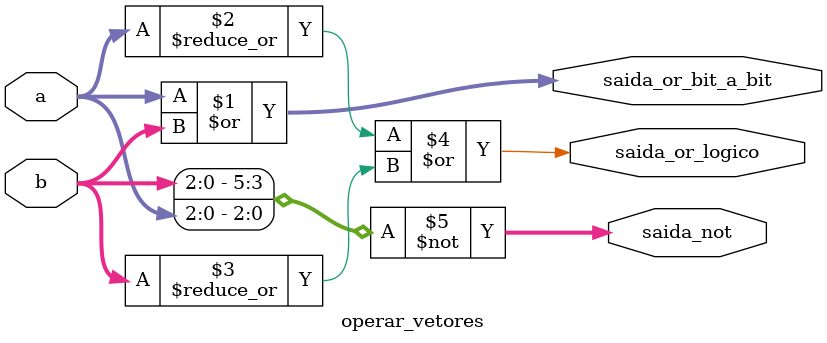
<source format=v>
module operar_vetores(
    input [2:0] a,
    input [2:0] b,
    output [2:0] saida_or_bit_a_bit,
    output saida_or_logico,
    output [5:0] saida_not
);

// OR bit a bit (bitwise)
assign saida_or_bit_a_bit = a | b;

// OR lógico (1 se qualquer bit de a ou b for 1)
assign saida_or_logico = |a | |b;

// NOT bit a bit da concatenação de b (MSB) e a (LSB)
assign saida_not = ~( {b, a} );

endmodule

</source>
